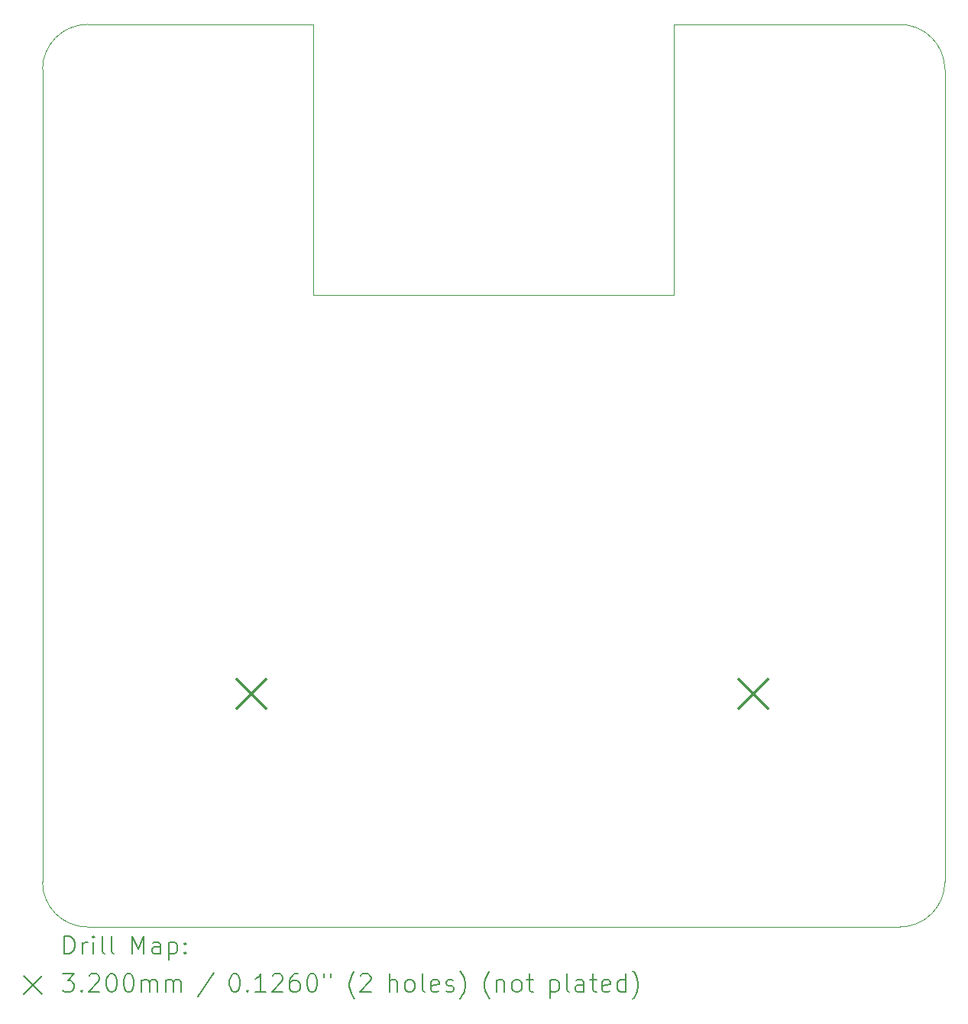
<source format=gbr>
%TF.GenerationSoftware,KiCad,Pcbnew,(7.0.0)*%
%TF.CreationDate,2023-04-03T20:42:17+02:00*%
%TF.ProjectId,EEE3088,45454533-3038-4382-9e6b-696361645f70,Rev_0*%
%TF.SameCoordinates,Original*%
%TF.FileFunction,Drillmap*%
%TF.FilePolarity,Positive*%
%FSLAX45Y45*%
G04 Gerber Fmt 4.5, Leading zero omitted, Abs format (unit mm)*
G04 Created by KiCad (PCBNEW (7.0.0)) date 2023-04-03 20:42:17*
%MOMM*%
%LPD*%
G01*
G04 APERTURE LIST*
%ADD10C,0.100000*%
%ADD11C,0.200000*%
%ADD12C,0.320000*%
G04 APERTURE END LIST*
D10*
X15000000Y-14500000D02*
X15000000Y-5500000D01*
X5500000Y-5000000D02*
G75*
G03*
X5000000Y-5500000I0J-500000D01*
G01*
X5500000Y-15000000D02*
X14500000Y-15000000D01*
X12000000Y-8000000D02*
X12000000Y-5000000D01*
X15000000Y-5500000D02*
G75*
G03*
X14500000Y-5000000I-500000J0D01*
G01*
X8000000Y-5000000D02*
X8000000Y-8000000D01*
X5000000Y-5500000D02*
X5000000Y-14500000D01*
X5000000Y-14500000D02*
G75*
G03*
X5500000Y-15000000I500000J0D01*
G01*
X14500000Y-15000000D02*
G75*
G03*
X15000000Y-14500000I0J500000D01*
G01*
X5500000Y-5000000D02*
X8000000Y-5000000D01*
X8000000Y-8000000D02*
X12000000Y-8000000D01*
X12000000Y-5000000D02*
X14500000Y-5000000D01*
D11*
D12*
X7157700Y-12260600D02*
X7477700Y-12580600D01*
X7477700Y-12260600D02*
X7157700Y-12580600D01*
X12718700Y-12260600D02*
X13038700Y-12580600D01*
X13038700Y-12260600D02*
X12718700Y-12580600D01*
D11*
X5242619Y-15298476D02*
X5242619Y-15098476D01*
X5242619Y-15098476D02*
X5290238Y-15098476D01*
X5290238Y-15098476D02*
X5318810Y-15108000D01*
X5318810Y-15108000D02*
X5337857Y-15127048D01*
X5337857Y-15127048D02*
X5347381Y-15146095D01*
X5347381Y-15146095D02*
X5356905Y-15184190D01*
X5356905Y-15184190D02*
X5356905Y-15212762D01*
X5356905Y-15212762D02*
X5347381Y-15250857D01*
X5347381Y-15250857D02*
X5337857Y-15269905D01*
X5337857Y-15269905D02*
X5318810Y-15288952D01*
X5318810Y-15288952D02*
X5290238Y-15298476D01*
X5290238Y-15298476D02*
X5242619Y-15298476D01*
X5442619Y-15298476D02*
X5442619Y-15165143D01*
X5442619Y-15203238D02*
X5452143Y-15184190D01*
X5452143Y-15184190D02*
X5461667Y-15174667D01*
X5461667Y-15174667D02*
X5480714Y-15165143D01*
X5480714Y-15165143D02*
X5499762Y-15165143D01*
X5566429Y-15298476D02*
X5566429Y-15165143D01*
X5566429Y-15098476D02*
X5556905Y-15108000D01*
X5556905Y-15108000D02*
X5566429Y-15117524D01*
X5566429Y-15117524D02*
X5575952Y-15108000D01*
X5575952Y-15108000D02*
X5566429Y-15098476D01*
X5566429Y-15098476D02*
X5566429Y-15117524D01*
X5690238Y-15298476D02*
X5671190Y-15288952D01*
X5671190Y-15288952D02*
X5661667Y-15269905D01*
X5661667Y-15269905D02*
X5661667Y-15098476D01*
X5795000Y-15298476D02*
X5775952Y-15288952D01*
X5775952Y-15288952D02*
X5766428Y-15269905D01*
X5766428Y-15269905D02*
X5766428Y-15098476D01*
X5991190Y-15298476D02*
X5991190Y-15098476D01*
X5991190Y-15098476D02*
X6057857Y-15241333D01*
X6057857Y-15241333D02*
X6124524Y-15098476D01*
X6124524Y-15098476D02*
X6124524Y-15298476D01*
X6305476Y-15298476D02*
X6305476Y-15193714D01*
X6305476Y-15193714D02*
X6295952Y-15174667D01*
X6295952Y-15174667D02*
X6276905Y-15165143D01*
X6276905Y-15165143D02*
X6238809Y-15165143D01*
X6238809Y-15165143D02*
X6219762Y-15174667D01*
X6305476Y-15288952D02*
X6286428Y-15298476D01*
X6286428Y-15298476D02*
X6238809Y-15298476D01*
X6238809Y-15298476D02*
X6219762Y-15288952D01*
X6219762Y-15288952D02*
X6210238Y-15269905D01*
X6210238Y-15269905D02*
X6210238Y-15250857D01*
X6210238Y-15250857D02*
X6219762Y-15231809D01*
X6219762Y-15231809D02*
X6238809Y-15222286D01*
X6238809Y-15222286D02*
X6286428Y-15222286D01*
X6286428Y-15222286D02*
X6305476Y-15212762D01*
X6400714Y-15165143D02*
X6400714Y-15365143D01*
X6400714Y-15174667D02*
X6419762Y-15165143D01*
X6419762Y-15165143D02*
X6457857Y-15165143D01*
X6457857Y-15165143D02*
X6476905Y-15174667D01*
X6476905Y-15174667D02*
X6486428Y-15184190D01*
X6486428Y-15184190D02*
X6495952Y-15203238D01*
X6495952Y-15203238D02*
X6495952Y-15260381D01*
X6495952Y-15260381D02*
X6486428Y-15279428D01*
X6486428Y-15279428D02*
X6476905Y-15288952D01*
X6476905Y-15288952D02*
X6457857Y-15298476D01*
X6457857Y-15298476D02*
X6419762Y-15298476D01*
X6419762Y-15298476D02*
X6400714Y-15288952D01*
X6581667Y-15279428D02*
X6591190Y-15288952D01*
X6591190Y-15288952D02*
X6581667Y-15298476D01*
X6581667Y-15298476D02*
X6572143Y-15288952D01*
X6572143Y-15288952D02*
X6581667Y-15279428D01*
X6581667Y-15279428D02*
X6581667Y-15298476D01*
X6581667Y-15174667D02*
X6591190Y-15184190D01*
X6591190Y-15184190D02*
X6581667Y-15193714D01*
X6581667Y-15193714D02*
X6572143Y-15184190D01*
X6572143Y-15184190D02*
X6581667Y-15174667D01*
X6581667Y-15174667D02*
X6581667Y-15193714D01*
X4795000Y-15545000D02*
X4995000Y-15745000D01*
X4995000Y-15545000D02*
X4795000Y-15745000D01*
X5223571Y-15518476D02*
X5347381Y-15518476D01*
X5347381Y-15518476D02*
X5280714Y-15594667D01*
X5280714Y-15594667D02*
X5309286Y-15594667D01*
X5309286Y-15594667D02*
X5328333Y-15604190D01*
X5328333Y-15604190D02*
X5337857Y-15613714D01*
X5337857Y-15613714D02*
X5347381Y-15632762D01*
X5347381Y-15632762D02*
X5347381Y-15680381D01*
X5347381Y-15680381D02*
X5337857Y-15699428D01*
X5337857Y-15699428D02*
X5328333Y-15708952D01*
X5328333Y-15708952D02*
X5309286Y-15718476D01*
X5309286Y-15718476D02*
X5252143Y-15718476D01*
X5252143Y-15718476D02*
X5233095Y-15708952D01*
X5233095Y-15708952D02*
X5223571Y-15699428D01*
X5433095Y-15699428D02*
X5442619Y-15708952D01*
X5442619Y-15708952D02*
X5433095Y-15718476D01*
X5433095Y-15718476D02*
X5423571Y-15708952D01*
X5423571Y-15708952D02*
X5433095Y-15699428D01*
X5433095Y-15699428D02*
X5433095Y-15718476D01*
X5518810Y-15537524D02*
X5528333Y-15528000D01*
X5528333Y-15528000D02*
X5547381Y-15518476D01*
X5547381Y-15518476D02*
X5595000Y-15518476D01*
X5595000Y-15518476D02*
X5614048Y-15528000D01*
X5614048Y-15528000D02*
X5623571Y-15537524D01*
X5623571Y-15537524D02*
X5633095Y-15556571D01*
X5633095Y-15556571D02*
X5633095Y-15575619D01*
X5633095Y-15575619D02*
X5623571Y-15604190D01*
X5623571Y-15604190D02*
X5509286Y-15718476D01*
X5509286Y-15718476D02*
X5633095Y-15718476D01*
X5756905Y-15518476D02*
X5775952Y-15518476D01*
X5775952Y-15518476D02*
X5795000Y-15528000D01*
X5795000Y-15528000D02*
X5804524Y-15537524D01*
X5804524Y-15537524D02*
X5814048Y-15556571D01*
X5814048Y-15556571D02*
X5823571Y-15594667D01*
X5823571Y-15594667D02*
X5823571Y-15642286D01*
X5823571Y-15642286D02*
X5814048Y-15680381D01*
X5814048Y-15680381D02*
X5804524Y-15699428D01*
X5804524Y-15699428D02*
X5795000Y-15708952D01*
X5795000Y-15708952D02*
X5775952Y-15718476D01*
X5775952Y-15718476D02*
X5756905Y-15718476D01*
X5756905Y-15718476D02*
X5737857Y-15708952D01*
X5737857Y-15708952D02*
X5728333Y-15699428D01*
X5728333Y-15699428D02*
X5718809Y-15680381D01*
X5718809Y-15680381D02*
X5709286Y-15642286D01*
X5709286Y-15642286D02*
X5709286Y-15594667D01*
X5709286Y-15594667D02*
X5718809Y-15556571D01*
X5718809Y-15556571D02*
X5728333Y-15537524D01*
X5728333Y-15537524D02*
X5737857Y-15528000D01*
X5737857Y-15528000D02*
X5756905Y-15518476D01*
X5947381Y-15518476D02*
X5966429Y-15518476D01*
X5966429Y-15518476D02*
X5985476Y-15528000D01*
X5985476Y-15528000D02*
X5995000Y-15537524D01*
X5995000Y-15537524D02*
X6004524Y-15556571D01*
X6004524Y-15556571D02*
X6014048Y-15594667D01*
X6014048Y-15594667D02*
X6014048Y-15642286D01*
X6014048Y-15642286D02*
X6004524Y-15680381D01*
X6004524Y-15680381D02*
X5995000Y-15699428D01*
X5995000Y-15699428D02*
X5985476Y-15708952D01*
X5985476Y-15708952D02*
X5966429Y-15718476D01*
X5966429Y-15718476D02*
X5947381Y-15718476D01*
X5947381Y-15718476D02*
X5928333Y-15708952D01*
X5928333Y-15708952D02*
X5918809Y-15699428D01*
X5918809Y-15699428D02*
X5909286Y-15680381D01*
X5909286Y-15680381D02*
X5899762Y-15642286D01*
X5899762Y-15642286D02*
X5899762Y-15594667D01*
X5899762Y-15594667D02*
X5909286Y-15556571D01*
X5909286Y-15556571D02*
X5918809Y-15537524D01*
X5918809Y-15537524D02*
X5928333Y-15528000D01*
X5928333Y-15528000D02*
X5947381Y-15518476D01*
X6099762Y-15718476D02*
X6099762Y-15585143D01*
X6099762Y-15604190D02*
X6109286Y-15594667D01*
X6109286Y-15594667D02*
X6128333Y-15585143D01*
X6128333Y-15585143D02*
X6156905Y-15585143D01*
X6156905Y-15585143D02*
X6175952Y-15594667D01*
X6175952Y-15594667D02*
X6185476Y-15613714D01*
X6185476Y-15613714D02*
X6185476Y-15718476D01*
X6185476Y-15613714D02*
X6195000Y-15594667D01*
X6195000Y-15594667D02*
X6214048Y-15585143D01*
X6214048Y-15585143D02*
X6242619Y-15585143D01*
X6242619Y-15585143D02*
X6261667Y-15594667D01*
X6261667Y-15594667D02*
X6271190Y-15613714D01*
X6271190Y-15613714D02*
X6271190Y-15718476D01*
X6366429Y-15718476D02*
X6366429Y-15585143D01*
X6366429Y-15604190D02*
X6375952Y-15594667D01*
X6375952Y-15594667D02*
X6395000Y-15585143D01*
X6395000Y-15585143D02*
X6423571Y-15585143D01*
X6423571Y-15585143D02*
X6442619Y-15594667D01*
X6442619Y-15594667D02*
X6452143Y-15613714D01*
X6452143Y-15613714D02*
X6452143Y-15718476D01*
X6452143Y-15613714D02*
X6461667Y-15594667D01*
X6461667Y-15594667D02*
X6480714Y-15585143D01*
X6480714Y-15585143D02*
X6509286Y-15585143D01*
X6509286Y-15585143D02*
X6528333Y-15594667D01*
X6528333Y-15594667D02*
X6537857Y-15613714D01*
X6537857Y-15613714D02*
X6537857Y-15718476D01*
X6895952Y-15508952D02*
X6724524Y-15766095D01*
X7120714Y-15518476D02*
X7139762Y-15518476D01*
X7139762Y-15518476D02*
X7158810Y-15528000D01*
X7158810Y-15528000D02*
X7168333Y-15537524D01*
X7168333Y-15537524D02*
X7177857Y-15556571D01*
X7177857Y-15556571D02*
X7187381Y-15594667D01*
X7187381Y-15594667D02*
X7187381Y-15642286D01*
X7187381Y-15642286D02*
X7177857Y-15680381D01*
X7177857Y-15680381D02*
X7168333Y-15699428D01*
X7168333Y-15699428D02*
X7158810Y-15708952D01*
X7158810Y-15708952D02*
X7139762Y-15718476D01*
X7139762Y-15718476D02*
X7120714Y-15718476D01*
X7120714Y-15718476D02*
X7101667Y-15708952D01*
X7101667Y-15708952D02*
X7092143Y-15699428D01*
X7092143Y-15699428D02*
X7082619Y-15680381D01*
X7082619Y-15680381D02*
X7073095Y-15642286D01*
X7073095Y-15642286D02*
X7073095Y-15594667D01*
X7073095Y-15594667D02*
X7082619Y-15556571D01*
X7082619Y-15556571D02*
X7092143Y-15537524D01*
X7092143Y-15537524D02*
X7101667Y-15528000D01*
X7101667Y-15528000D02*
X7120714Y-15518476D01*
X7273095Y-15699428D02*
X7282619Y-15708952D01*
X7282619Y-15708952D02*
X7273095Y-15718476D01*
X7273095Y-15718476D02*
X7263571Y-15708952D01*
X7263571Y-15708952D02*
X7273095Y-15699428D01*
X7273095Y-15699428D02*
X7273095Y-15718476D01*
X7473095Y-15718476D02*
X7358810Y-15718476D01*
X7415952Y-15718476D02*
X7415952Y-15518476D01*
X7415952Y-15518476D02*
X7396905Y-15547048D01*
X7396905Y-15547048D02*
X7377857Y-15566095D01*
X7377857Y-15566095D02*
X7358810Y-15575619D01*
X7549286Y-15537524D02*
X7558810Y-15528000D01*
X7558810Y-15528000D02*
X7577857Y-15518476D01*
X7577857Y-15518476D02*
X7625476Y-15518476D01*
X7625476Y-15518476D02*
X7644524Y-15528000D01*
X7644524Y-15528000D02*
X7654048Y-15537524D01*
X7654048Y-15537524D02*
X7663571Y-15556571D01*
X7663571Y-15556571D02*
X7663571Y-15575619D01*
X7663571Y-15575619D02*
X7654048Y-15604190D01*
X7654048Y-15604190D02*
X7539762Y-15718476D01*
X7539762Y-15718476D02*
X7663571Y-15718476D01*
X7835000Y-15518476D02*
X7796905Y-15518476D01*
X7796905Y-15518476D02*
X7777857Y-15528000D01*
X7777857Y-15528000D02*
X7768333Y-15537524D01*
X7768333Y-15537524D02*
X7749286Y-15566095D01*
X7749286Y-15566095D02*
X7739762Y-15604190D01*
X7739762Y-15604190D02*
X7739762Y-15680381D01*
X7739762Y-15680381D02*
X7749286Y-15699428D01*
X7749286Y-15699428D02*
X7758810Y-15708952D01*
X7758810Y-15708952D02*
X7777857Y-15718476D01*
X7777857Y-15718476D02*
X7815952Y-15718476D01*
X7815952Y-15718476D02*
X7835000Y-15708952D01*
X7835000Y-15708952D02*
X7844524Y-15699428D01*
X7844524Y-15699428D02*
X7854048Y-15680381D01*
X7854048Y-15680381D02*
X7854048Y-15632762D01*
X7854048Y-15632762D02*
X7844524Y-15613714D01*
X7844524Y-15613714D02*
X7835000Y-15604190D01*
X7835000Y-15604190D02*
X7815952Y-15594667D01*
X7815952Y-15594667D02*
X7777857Y-15594667D01*
X7777857Y-15594667D02*
X7758810Y-15604190D01*
X7758810Y-15604190D02*
X7749286Y-15613714D01*
X7749286Y-15613714D02*
X7739762Y-15632762D01*
X7977857Y-15518476D02*
X7996905Y-15518476D01*
X7996905Y-15518476D02*
X8015952Y-15528000D01*
X8015952Y-15528000D02*
X8025476Y-15537524D01*
X8025476Y-15537524D02*
X8035000Y-15556571D01*
X8035000Y-15556571D02*
X8044524Y-15594667D01*
X8044524Y-15594667D02*
X8044524Y-15642286D01*
X8044524Y-15642286D02*
X8035000Y-15680381D01*
X8035000Y-15680381D02*
X8025476Y-15699428D01*
X8025476Y-15699428D02*
X8015952Y-15708952D01*
X8015952Y-15708952D02*
X7996905Y-15718476D01*
X7996905Y-15718476D02*
X7977857Y-15718476D01*
X7977857Y-15718476D02*
X7958810Y-15708952D01*
X7958810Y-15708952D02*
X7949286Y-15699428D01*
X7949286Y-15699428D02*
X7939762Y-15680381D01*
X7939762Y-15680381D02*
X7930238Y-15642286D01*
X7930238Y-15642286D02*
X7930238Y-15594667D01*
X7930238Y-15594667D02*
X7939762Y-15556571D01*
X7939762Y-15556571D02*
X7949286Y-15537524D01*
X7949286Y-15537524D02*
X7958810Y-15528000D01*
X7958810Y-15528000D02*
X7977857Y-15518476D01*
X8120714Y-15518476D02*
X8120714Y-15556571D01*
X8196905Y-15518476D02*
X8196905Y-15556571D01*
X8459762Y-15794667D02*
X8450238Y-15785143D01*
X8450238Y-15785143D02*
X8431191Y-15756571D01*
X8431191Y-15756571D02*
X8421667Y-15737524D01*
X8421667Y-15737524D02*
X8412143Y-15708952D01*
X8412143Y-15708952D02*
X8402619Y-15661333D01*
X8402619Y-15661333D02*
X8402619Y-15623238D01*
X8402619Y-15623238D02*
X8412143Y-15575619D01*
X8412143Y-15575619D02*
X8421667Y-15547048D01*
X8421667Y-15547048D02*
X8431191Y-15528000D01*
X8431191Y-15528000D02*
X8450238Y-15499428D01*
X8450238Y-15499428D02*
X8459762Y-15489905D01*
X8526429Y-15537524D02*
X8535953Y-15528000D01*
X8535953Y-15528000D02*
X8555000Y-15518476D01*
X8555000Y-15518476D02*
X8602619Y-15518476D01*
X8602619Y-15518476D02*
X8621667Y-15528000D01*
X8621667Y-15528000D02*
X8631191Y-15537524D01*
X8631191Y-15537524D02*
X8640714Y-15556571D01*
X8640714Y-15556571D02*
X8640714Y-15575619D01*
X8640714Y-15575619D02*
X8631191Y-15604190D01*
X8631191Y-15604190D02*
X8516905Y-15718476D01*
X8516905Y-15718476D02*
X8640714Y-15718476D01*
X8846429Y-15718476D02*
X8846429Y-15518476D01*
X8932143Y-15718476D02*
X8932143Y-15613714D01*
X8932143Y-15613714D02*
X8922619Y-15594667D01*
X8922619Y-15594667D02*
X8903572Y-15585143D01*
X8903572Y-15585143D02*
X8875000Y-15585143D01*
X8875000Y-15585143D02*
X8855953Y-15594667D01*
X8855953Y-15594667D02*
X8846429Y-15604190D01*
X9055953Y-15718476D02*
X9036905Y-15708952D01*
X9036905Y-15708952D02*
X9027381Y-15699428D01*
X9027381Y-15699428D02*
X9017857Y-15680381D01*
X9017857Y-15680381D02*
X9017857Y-15623238D01*
X9017857Y-15623238D02*
X9027381Y-15604190D01*
X9027381Y-15604190D02*
X9036905Y-15594667D01*
X9036905Y-15594667D02*
X9055953Y-15585143D01*
X9055953Y-15585143D02*
X9084524Y-15585143D01*
X9084524Y-15585143D02*
X9103572Y-15594667D01*
X9103572Y-15594667D02*
X9113095Y-15604190D01*
X9113095Y-15604190D02*
X9122619Y-15623238D01*
X9122619Y-15623238D02*
X9122619Y-15680381D01*
X9122619Y-15680381D02*
X9113095Y-15699428D01*
X9113095Y-15699428D02*
X9103572Y-15708952D01*
X9103572Y-15708952D02*
X9084524Y-15718476D01*
X9084524Y-15718476D02*
X9055953Y-15718476D01*
X9236905Y-15718476D02*
X9217857Y-15708952D01*
X9217857Y-15708952D02*
X9208334Y-15689905D01*
X9208334Y-15689905D02*
X9208334Y-15518476D01*
X9389286Y-15708952D02*
X9370238Y-15718476D01*
X9370238Y-15718476D02*
X9332143Y-15718476D01*
X9332143Y-15718476D02*
X9313095Y-15708952D01*
X9313095Y-15708952D02*
X9303572Y-15689905D01*
X9303572Y-15689905D02*
X9303572Y-15613714D01*
X9303572Y-15613714D02*
X9313095Y-15594667D01*
X9313095Y-15594667D02*
X9332143Y-15585143D01*
X9332143Y-15585143D02*
X9370238Y-15585143D01*
X9370238Y-15585143D02*
X9389286Y-15594667D01*
X9389286Y-15594667D02*
X9398810Y-15613714D01*
X9398810Y-15613714D02*
X9398810Y-15632762D01*
X9398810Y-15632762D02*
X9303572Y-15651809D01*
X9475000Y-15708952D02*
X9494048Y-15718476D01*
X9494048Y-15718476D02*
X9532143Y-15718476D01*
X9532143Y-15718476D02*
X9551191Y-15708952D01*
X9551191Y-15708952D02*
X9560715Y-15689905D01*
X9560715Y-15689905D02*
X9560715Y-15680381D01*
X9560715Y-15680381D02*
X9551191Y-15661333D01*
X9551191Y-15661333D02*
X9532143Y-15651809D01*
X9532143Y-15651809D02*
X9503572Y-15651809D01*
X9503572Y-15651809D02*
X9484524Y-15642286D01*
X9484524Y-15642286D02*
X9475000Y-15623238D01*
X9475000Y-15623238D02*
X9475000Y-15613714D01*
X9475000Y-15613714D02*
X9484524Y-15594667D01*
X9484524Y-15594667D02*
X9503572Y-15585143D01*
X9503572Y-15585143D02*
X9532143Y-15585143D01*
X9532143Y-15585143D02*
X9551191Y-15594667D01*
X9627381Y-15794667D02*
X9636905Y-15785143D01*
X9636905Y-15785143D02*
X9655953Y-15756571D01*
X9655953Y-15756571D02*
X9665476Y-15737524D01*
X9665476Y-15737524D02*
X9675000Y-15708952D01*
X9675000Y-15708952D02*
X9684524Y-15661333D01*
X9684524Y-15661333D02*
X9684524Y-15623238D01*
X9684524Y-15623238D02*
X9675000Y-15575619D01*
X9675000Y-15575619D02*
X9665476Y-15547048D01*
X9665476Y-15547048D02*
X9655953Y-15528000D01*
X9655953Y-15528000D02*
X9636905Y-15499428D01*
X9636905Y-15499428D02*
X9627381Y-15489905D01*
X9956905Y-15794667D02*
X9947381Y-15785143D01*
X9947381Y-15785143D02*
X9928334Y-15756571D01*
X9928334Y-15756571D02*
X9918810Y-15737524D01*
X9918810Y-15737524D02*
X9909286Y-15708952D01*
X9909286Y-15708952D02*
X9899762Y-15661333D01*
X9899762Y-15661333D02*
X9899762Y-15623238D01*
X9899762Y-15623238D02*
X9909286Y-15575619D01*
X9909286Y-15575619D02*
X9918810Y-15547048D01*
X9918810Y-15547048D02*
X9928334Y-15528000D01*
X9928334Y-15528000D02*
X9947381Y-15499428D01*
X9947381Y-15499428D02*
X9956905Y-15489905D01*
X10033095Y-15585143D02*
X10033095Y-15718476D01*
X10033095Y-15604190D02*
X10042619Y-15594667D01*
X10042619Y-15594667D02*
X10061667Y-15585143D01*
X10061667Y-15585143D02*
X10090238Y-15585143D01*
X10090238Y-15585143D02*
X10109286Y-15594667D01*
X10109286Y-15594667D02*
X10118810Y-15613714D01*
X10118810Y-15613714D02*
X10118810Y-15718476D01*
X10242619Y-15718476D02*
X10223572Y-15708952D01*
X10223572Y-15708952D02*
X10214048Y-15699428D01*
X10214048Y-15699428D02*
X10204524Y-15680381D01*
X10204524Y-15680381D02*
X10204524Y-15623238D01*
X10204524Y-15623238D02*
X10214048Y-15604190D01*
X10214048Y-15604190D02*
X10223572Y-15594667D01*
X10223572Y-15594667D02*
X10242619Y-15585143D01*
X10242619Y-15585143D02*
X10271191Y-15585143D01*
X10271191Y-15585143D02*
X10290238Y-15594667D01*
X10290238Y-15594667D02*
X10299762Y-15604190D01*
X10299762Y-15604190D02*
X10309286Y-15623238D01*
X10309286Y-15623238D02*
X10309286Y-15680381D01*
X10309286Y-15680381D02*
X10299762Y-15699428D01*
X10299762Y-15699428D02*
X10290238Y-15708952D01*
X10290238Y-15708952D02*
X10271191Y-15718476D01*
X10271191Y-15718476D02*
X10242619Y-15718476D01*
X10366429Y-15585143D02*
X10442619Y-15585143D01*
X10395000Y-15518476D02*
X10395000Y-15689905D01*
X10395000Y-15689905D02*
X10404524Y-15708952D01*
X10404524Y-15708952D02*
X10423572Y-15718476D01*
X10423572Y-15718476D02*
X10442619Y-15718476D01*
X10629286Y-15585143D02*
X10629286Y-15785143D01*
X10629286Y-15594667D02*
X10648334Y-15585143D01*
X10648334Y-15585143D02*
X10686429Y-15585143D01*
X10686429Y-15585143D02*
X10705476Y-15594667D01*
X10705476Y-15594667D02*
X10715000Y-15604190D01*
X10715000Y-15604190D02*
X10724524Y-15623238D01*
X10724524Y-15623238D02*
X10724524Y-15680381D01*
X10724524Y-15680381D02*
X10715000Y-15699428D01*
X10715000Y-15699428D02*
X10705476Y-15708952D01*
X10705476Y-15708952D02*
X10686429Y-15718476D01*
X10686429Y-15718476D02*
X10648334Y-15718476D01*
X10648334Y-15718476D02*
X10629286Y-15708952D01*
X10838810Y-15718476D02*
X10819762Y-15708952D01*
X10819762Y-15708952D02*
X10810238Y-15689905D01*
X10810238Y-15689905D02*
X10810238Y-15518476D01*
X11000715Y-15718476D02*
X11000715Y-15613714D01*
X11000715Y-15613714D02*
X10991191Y-15594667D01*
X10991191Y-15594667D02*
X10972143Y-15585143D01*
X10972143Y-15585143D02*
X10934048Y-15585143D01*
X10934048Y-15585143D02*
X10915000Y-15594667D01*
X11000715Y-15708952D02*
X10981667Y-15718476D01*
X10981667Y-15718476D02*
X10934048Y-15718476D01*
X10934048Y-15718476D02*
X10915000Y-15708952D01*
X10915000Y-15708952D02*
X10905476Y-15689905D01*
X10905476Y-15689905D02*
X10905476Y-15670857D01*
X10905476Y-15670857D02*
X10915000Y-15651809D01*
X10915000Y-15651809D02*
X10934048Y-15642286D01*
X10934048Y-15642286D02*
X10981667Y-15642286D01*
X10981667Y-15642286D02*
X11000715Y-15632762D01*
X11067381Y-15585143D02*
X11143572Y-15585143D01*
X11095953Y-15518476D02*
X11095953Y-15689905D01*
X11095953Y-15689905D02*
X11105476Y-15708952D01*
X11105476Y-15708952D02*
X11124524Y-15718476D01*
X11124524Y-15718476D02*
X11143572Y-15718476D01*
X11286429Y-15708952D02*
X11267381Y-15718476D01*
X11267381Y-15718476D02*
X11229286Y-15718476D01*
X11229286Y-15718476D02*
X11210238Y-15708952D01*
X11210238Y-15708952D02*
X11200714Y-15689905D01*
X11200714Y-15689905D02*
X11200714Y-15613714D01*
X11200714Y-15613714D02*
X11210238Y-15594667D01*
X11210238Y-15594667D02*
X11229286Y-15585143D01*
X11229286Y-15585143D02*
X11267381Y-15585143D01*
X11267381Y-15585143D02*
X11286429Y-15594667D01*
X11286429Y-15594667D02*
X11295953Y-15613714D01*
X11295953Y-15613714D02*
X11295953Y-15632762D01*
X11295953Y-15632762D02*
X11200714Y-15651809D01*
X11467381Y-15718476D02*
X11467381Y-15518476D01*
X11467381Y-15708952D02*
X11448334Y-15718476D01*
X11448334Y-15718476D02*
X11410238Y-15718476D01*
X11410238Y-15718476D02*
X11391191Y-15708952D01*
X11391191Y-15708952D02*
X11381667Y-15699428D01*
X11381667Y-15699428D02*
X11372143Y-15680381D01*
X11372143Y-15680381D02*
X11372143Y-15623238D01*
X11372143Y-15623238D02*
X11381667Y-15604190D01*
X11381667Y-15604190D02*
X11391191Y-15594667D01*
X11391191Y-15594667D02*
X11410238Y-15585143D01*
X11410238Y-15585143D02*
X11448334Y-15585143D01*
X11448334Y-15585143D02*
X11467381Y-15594667D01*
X11543572Y-15794667D02*
X11553095Y-15785143D01*
X11553095Y-15785143D02*
X11572143Y-15756571D01*
X11572143Y-15756571D02*
X11581667Y-15737524D01*
X11581667Y-15737524D02*
X11591191Y-15708952D01*
X11591191Y-15708952D02*
X11600714Y-15661333D01*
X11600714Y-15661333D02*
X11600714Y-15623238D01*
X11600714Y-15623238D02*
X11591191Y-15575619D01*
X11591191Y-15575619D02*
X11581667Y-15547048D01*
X11581667Y-15547048D02*
X11572143Y-15528000D01*
X11572143Y-15528000D02*
X11553095Y-15499428D01*
X11553095Y-15499428D02*
X11543572Y-15489905D01*
M02*

</source>
